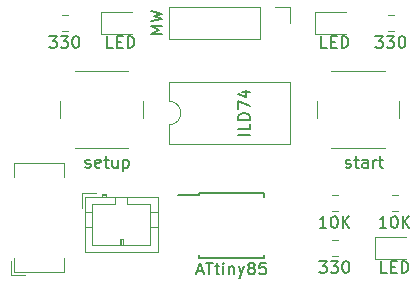
<source format=gbr>
G04 #@! TF.GenerationSoftware,KiCad,Pcbnew,(5.0.1-3-g963ef8bb5)*
G04 #@! TF.CreationDate,2019-02-13T22:27:56+01:00*
G04 #@! TF.ProjectId,main,6D61696E2E6B696361645F7063620000,rev?*
G04 #@! TF.SameCoordinates,Original*
G04 #@! TF.FileFunction,Legend,Top*
G04 #@! TF.FilePolarity,Positive*
%FSLAX46Y46*%
G04 Gerber Fmt 4.6, Leading zero omitted, Abs format (unit mm)*
G04 Created by KiCad (PCBNEW (5.0.1-3-g963ef8bb5)) date 2019 February 13, Wednesday 22:27:56*
%MOMM*%
%LPD*%
G01*
G04 APERTURE LIST*
%ADD10C,0.120000*%
%ADD11C,0.150000*%
G04 APERTURE END LIST*
D10*
G04 #@! TO.C,D1*
X76722500Y-96210000D02*
X79407500Y-96210000D01*
X76722500Y-94290000D02*
X76722500Y-96210000D01*
X79407500Y-94290000D02*
X76722500Y-94290000D01*
G04 #@! TO.C,D2*
X97520000Y-94290000D02*
X94835000Y-94290000D01*
X94835000Y-94290000D02*
X94835000Y-96210000D01*
X94835000Y-96210000D02*
X97520000Y-96210000D01*
G04 #@! TO.C,D3*
X102600000Y-113340000D02*
X99915000Y-113340000D01*
X99915000Y-113340000D02*
X99915000Y-115260000D01*
X99915000Y-115260000D02*
X102600000Y-115260000D01*
G04 #@! TO.C,J1*
X82490000Y-93920000D02*
X82490000Y-96580000D01*
X90170000Y-93920000D02*
X82490000Y-93920000D01*
X90170000Y-96580000D02*
X82490000Y-96580000D01*
X90170000Y-93920000D02*
X90170000Y-96580000D01*
X91440000Y-93920000D02*
X92770000Y-93920000D01*
X92770000Y-93920000D02*
X92770000Y-95250000D01*
G04 #@! TO.C,J2*
X75410000Y-109950000D02*
X75410000Y-114670000D01*
X75410000Y-114670000D02*
X81530000Y-114670000D01*
X81530000Y-114670000D02*
X81530000Y-109950000D01*
X81530000Y-109950000D02*
X75410000Y-109950000D01*
X77170000Y-109950000D02*
X77170000Y-109750000D01*
X77170000Y-109750000D02*
X76870000Y-109750000D01*
X76870000Y-109750000D02*
X76870000Y-109950000D01*
X77170000Y-109850000D02*
X76870000Y-109850000D01*
X77970000Y-109950000D02*
X77970000Y-110560000D01*
X77970000Y-110560000D02*
X76020000Y-110560000D01*
X76020000Y-110560000D02*
X76020000Y-114060000D01*
X76020000Y-114060000D02*
X80920000Y-114060000D01*
X80920000Y-114060000D02*
X80920000Y-110560000D01*
X80920000Y-110560000D02*
X78970000Y-110560000D01*
X78970000Y-110560000D02*
X78970000Y-109950000D01*
X75410000Y-111260000D02*
X76020000Y-111260000D01*
X75410000Y-112560000D02*
X76020000Y-112560000D01*
X81530000Y-111260000D02*
X80920000Y-111260000D01*
X81530000Y-112560000D02*
X80920000Y-112560000D01*
X78370000Y-114060000D02*
X78370000Y-113560000D01*
X78370000Y-113560000D02*
X78570000Y-113560000D01*
X78570000Y-113560000D02*
X78570000Y-114060000D01*
X78470000Y-114060000D02*
X78470000Y-113560000D01*
X76360000Y-109650000D02*
X75110000Y-109650000D01*
X75110000Y-109650000D02*
X75110000Y-110900000D01*
G04 #@! TO.C,R1*
X73401422Y-95960000D02*
X73918578Y-95960000D01*
X73401422Y-94540000D02*
X73918578Y-94540000D01*
G04 #@! TO.C,R2*
X101009422Y-94540000D02*
X101526578Y-94540000D01*
X101009422Y-95960000D02*
X101526578Y-95960000D01*
G04 #@! TO.C,R3*
X96261422Y-113590000D02*
X96778578Y-113590000D01*
X96261422Y-115010000D02*
X96778578Y-115010000D01*
G04 #@! TO.C,R4*
X96261422Y-109780000D02*
X96778578Y-109780000D01*
X96261422Y-111200000D02*
X96778578Y-111200000D01*
G04 #@! TO.C,R5*
X101341422Y-111200000D02*
X101858578Y-111200000D01*
X101341422Y-109780000D02*
X101858578Y-109780000D01*
G04 #@! TO.C,SW1*
X74510000Y-105830000D02*
X79010000Y-105830000D01*
X73260000Y-101830000D02*
X73260000Y-103330000D01*
X79010000Y-99330000D02*
X74510000Y-99330000D01*
X80260000Y-103330000D02*
X80260000Y-101830000D01*
G04 #@! TO.C,SW2*
X102000000Y-103330000D02*
X102000000Y-101830000D01*
X100750000Y-99330000D02*
X96250000Y-99330000D01*
X95000000Y-101830000D02*
X95000000Y-103330000D01*
X96250000Y-105830000D02*
X100750000Y-105830000D01*
D11*
G04 #@! TO.C,U1*
X85040000Y-109640000D02*
X85040000Y-109845000D01*
X90540000Y-109640000D02*
X90540000Y-109940000D01*
X90540000Y-115150000D02*
X90540000Y-114850000D01*
X85040000Y-115150000D02*
X85040000Y-114850000D01*
X85040000Y-109640000D02*
X90540000Y-109640000D01*
X85040000Y-115150000D02*
X90540000Y-115150000D01*
X85040000Y-109845000D02*
X83290000Y-109845000D01*
D10*
G04 #@! TO.C,U2*
X82490000Y-101870000D02*
G75*
G02X82490000Y-103870000I0J-1000000D01*
G01*
X82490000Y-103870000D02*
X82490000Y-105520000D01*
X82490000Y-105520000D02*
X92770000Y-105520000D01*
X92770000Y-105520000D02*
X92770000Y-100220000D01*
X92770000Y-100220000D02*
X82490000Y-100220000D01*
X82490000Y-100220000D02*
X82490000Y-101870000D01*
G04 #@! TO.C,SW3*
X69100000Y-116620000D02*
X70300000Y-116620000D01*
X69100000Y-115420000D02*
X69100000Y-116620000D01*
X73600000Y-107120000D02*
X73600000Y-108320000D01*
X69400000Y-107120000D02*
X73600000Y-107120000D01*
X69400000Y-108320000D02*
X69400000Y-107120000D01*
X73600000Y-116320000D02*
X73600000Y-115120000D01*
X69400000Y-116320000D02*
X73600000Y-116320000D01*
X69400000Y-115120000D02*
X69400000Y-116320000D01*
G04 #@! TO.C,D1*
D11*
X77764642Y-97352380D02*
X77288452Y-97352380D01*
X77288452Y-96352380D01*
X78097976Y-96828571D02*
X78431309Y-96828571D01*
X78574166Y-97352380D02*
X78097976Y-97352380D01*
X78097976Y-96352380D01*
X78574166Y-96352380D01*
X79002738Y-97352380D02*
X79002738Y-96352380D01*
X79240833Y-96352380D01*
X79383690Y-96400000D01*
X79478928Y-96495238D01*
X79526547Y-96590476D01*
X79574166Y-96780952D01*
X79574166Y-96923809D01*
X79526547Y-97114285D01*
X79478928Y-97209523D01*
X79383690Y-97304761D01*
X79240833Y-97352380D01*
X79002738Y-97352380D01*
G04 #@! TO.C,D2*
X95877142Y-97352380D02*
X95400952Y-97352380D01*
X95400952Y-96352380D01*
X96210476Y-96828571D02*
X96543809Y-96828571D01*
X96686666Y-97352380D02*
X96210476Y-97352380D01*
X96210476Y-96352380D01*
X96686666Y-96352380D01*
X97115238Y-97352380D02*
X97115238Y-96352380D01*
X97353333Y-96352380D01*
X97496190Y-96400000D01*
X97591428Y-96495238D01*
X97639047Y-96590476D01*
X97686666Y-96780952D01*
X97686666Y-96923809D01*
X97639047Y-97114285D01*
X97591428Y-97209523D01*
X97496190Y-97304761D01*
X97353333Y-97352380D01*
X97115238Y-97352380D01*
G04 #@! TO.C,D3*
X100957142Y-116402380D02*
X100480952Y-116402380D01*
X100480952Y-115402380D01*
X101290476Y-115878571D02*
X101623809Y-115878571D01*
X101766666Y-116402380D02*
X101290476Y-116402380D01*
X101290476Y-115402380D01*
X101766666Y-115402380D01*
X102195238Y-116402380D02*
X102195238Y-115402380D01*
X102433333Y-115402380D01*
X102576190Y-115450000D01*
X102671428Y-115545238D01*
X102719047Y-115640476D01*
X102766666Y-115830952D01*
X102766666Y-115973809D01*
X102719047Y-116164285D01*
X102671428Y-116259523D01*
X102576190Y-116354761D01*
X102433333Y-116402380D01*
X102195238Y-116402380D01*
G04 #@! TO.C,J1*
X81942380Y-96154761D02*
X80942380Y-96154761D01*
X81656666Y-95821428D01*
X80942380Y-95488095D01*
X81942380Y-95488095D01*
X80942380Y-95107142D02*
X81942380Y-94869047D01*
X81228095Y-94678571D01*
X81942380Y-94488095D01*
X80942380Y-94250000D01*
G04 #@! TO.C,R1*
X72374285Y-96352380D02*
X72993333Y-96352380D01*
X72660000Y-96733333D01*
X72802857Y-96733333D01*
X72898095Y-96780952D01*
X72945714Y-96828571D01*
X72993333Y-96923809D01*
X72993333Y-97161904D01*
X72945714Y-97257142D01*
X72898095Y-97304761D01*
X72802857Y-97352380D01*
X72517142Y-97352380D01*
X72421904Y-97304761D01*
X72374285Y-97257142D01*
X73326666Y-96352380D02*
X73945714Y-96352380D01*
X73612380Y-96733333D01*
X73755238Y-96733333D01*
X73850476Y-96780952D01*
X73898095Y-96828571D01*
X73945714Y-96923809D01*
X73945714Y-97161904D01*
X73898095Y-97257142D01*
X73850476Y-97304761D01*
X73755238Y-97352380D01*
X73469523Y-97352380D01*
X73374285Y-97304761D01*
X73326666Y-97257142D01*
X74564761Y-96352380D02*
X74660000Y-96352380D01*
X74755238Y-96400000D01*
X74802857Y-96447619D01*
X74850476Y-96542857D01*
X74898095Y-96733333D01*
X74898095Y-96971428D01*
X74850476Y-97161904D01*
X74802857Y-97257142D01*
X74755238Y-97304761D01*
X74660000Y-97352380D01*
X74564761Y-97352380D01*
X74469523Y-97304761D01*
X74421904Y-97257142D01*
X74374285Y-97161904D01*
X74326666Y-96971428D01*
X74326666Y-96733333D01*
X74374285Y-96542857D01*
X74421904Y-96447619D01*
X74469523Y-96400000D01*
X74564761Y-96352380D01*
G04 #@! TO.C,R2*
X99982285Y-96352380D02*
X100601333Y-96352380D01*
X100268000Y-96733333D01*
X100410857Y-96733333D01*
X100506095Y-96780952D01*
X100553714Y-96828571D01*
X100601333Y-96923809D01*
X100601333Y-97161904D01*
X100553714Y-97257142D01*
X100506095Y-97304761D01*
X100410857Y-97352380D01*
X100125142Y-97352380D01*
X100029904Y-97304761D01*
X99982285Y-97257142D01*
X100934666Y-96352380D02*
X101553714Y-96352380D01*
X101220380Y-96733333D01*
X101363238Y-96733333D01*
X101458476Y-96780952D01*
X101506095Y-96828571D01*
X101553714Y-96923809D01*
X101553714Y-97161904D01*
X101506095Y-97257142D01*
X101458476Y-97304761D01*
X101363238Y-97352380D01*
X101077523Y-97352380D01*
X100982285Y-97304761D01*
X100934666Y-97257142D01*
X102172761Y-96352380D02*
X102268000Y-96352380D01*
X102363238Y-96400000D01*
X102410857Y-96447619D01*
X102458476Y-96542857D01*
X102506095Y-96733333D01*
X102506095Y-96971428D01*
X102458476Y-97161904D01*
X102410857Y-97257142D01*
X102363238Y-97304761D01*
X102268000Y-97352380D01*
X102172761Y-97352380D01*
X102077523Y-97304761D01*
X102029904Y-97257142D01*
X101982285Y-97161904D01*
X101934666Y-96971428D01*
X101934666Y-96733333D01*
X101982285Y-96542857D01*
X102029904Y-96447619D01*
X102077523Y-96400000D01*
X102172761Y-96352380D01*
G04 #@! TO.C,R3*
X95234285Y-115402380D02*
X95853333Y-115402380D01*
X95520000Y-115783333D01*
X95662857Y-115783333D01*
X95758095Y-115830952D01*
X95805714Y-115878571D01*
X95853333Y-115973809D01*
X95853333Y-116211904D01*
X95805714Y-116307142D01*
X95758095Y-116354761D01*
X95662857Y-116402380D01*
X95377142Y-116402380D01*
X95281904Y-116354761D01*
X95234285Y-116307142D01*
X96186666Y-115402380D02*
X96805714Y-115402380D01*
X96472380Y-115783333D01*
X96615238Y-115783333D01*
X96710476Y-115830952D01*
X96758095Y-115878571D01*
X96805714Y-115973809D01*
X96805714Y-116211904D01*
X96758095Y-116307142D01*
X96710476Y-116354761D01*
X96615238Y-116402380D01*
X96329523Y-116402380D01*
X96234285Y-116354761D01*
X96186666Y-116307142D01*
X97424761Y-115402380D02*
X97520000Y-115402380D01*
X97615238Y-115450000D01*
X97662857Y-115497619D01*
X97710476Y-115592857D01*
X97758095Y-115783333D01*
X97758095Y-116021428D01*
X97710476Y-116211904D01*
X97662857Y-116307142D01*
X97615238Y-116354761D01*
X97520000Y-116402380D01*
X97424761Y-116402380D01*
X97329523Y-116354761D01*
X97281904Y-116307142D01*
X97234285Y-116211904D01*
X97186666Y-116021428D01*
X97186666Y-115783333D01*
X97234285Y-115592857D01*
X97281904Y-115497619D01*
X97329523Y-115450000D01*
X97424761Y-115402380D01*
G04 #@! TO.C,R4*
X95829523Y-112592380D02*
X95258095Y-112592380D01*
X95543809Y-112592380D02*
X95543809Y-111592380D01*
X95448571Y-111735238D01*
X95353333Y-111830476D01*
X95258095Y-111878095D01*
X96448571Y-111592380D02*
X96543809Y-111592380D01*
X96639047Y-111640000D01*
X96686666Y-111687619D01*
X96734285Y-111782857D01*
X96781904Y-111973333D01*
X96781904Y-112211428D01*
X96734285Y-112401904D01*
X96686666Y-112497142D01*
X96639047Y-112544761D01*
X96543809Y-112592380D01*
X96448571Y-112592380D01*
X96353333Y-112544761D01*
X96305714Y-112497142D01*
X96258095Y-112401904D01*
X96210476Y-112211428D01*
X96210476Y-111973333D01*
X96258095Y-111782857D01*
X96305714Y-111687619D01*
X96353333Y-111640000D01*
X96448571Y-111592380D01*
X97210476Y-112592380D02*
X97210476Y-111592380D01*
X97781904Y-112592380D02*
X97353333Y-112020952D01*
X97781904Y-111592380D02*
X97210476Y-112163809D01*
G04 #@! TO.C,R5*
X100909523Y-112592380D02*
X100338095Y-112592380D01*
X100623809Y-112592380D02*
X100623809Y-111592380D01*
X100528571Y-111735238D01*
X100433333Y-111830476D01*
X100338095Y-111878095D01*
X101528571Y-111592380D02*
X101623809Y-111592380D01*
X101719047Y-111640000D01*
X101766666Y-111687619D01*
X101814285Y-111782857D01*
X101861904Y-111973333D01*
X101861904Y-112211428D01*
X101814285Y-112401904D01*
X101766666Y-112497142D01*
X101719047Y-112544761D01*
X101623809Y-112592380D01*
X101528571Y-112592380D01*
X101433333Y-112544761D01*
X101385714Y-112497142D01*
X101338095Y-112401904D01*
X101290476Y-112211428D01*
X101290476Y-111973333D01*
X101338095Y-111782857D01*
X101385714Y-111687619D01*
X101433333Y-111640000D01*
X101528571Y-111592380D01*
X102290476Y-112592380D02*
X102290476Y-111592380D01*
X102861904Y-112592380D02*
X102433333Y-112020952D01*
X102861904Y-111592380D02*
X102290476Y-112163809D01*
G04 #@! TO.C,SW1*
X75426666Y-107434761D02*
X75521904Y-107482380D01*
X75712380Y-107482380D01*
X75807619Y-107434761D01*
X75855238Y-107339523D01*
X75855238Y-107291904D01*
X75807619Y-107196666D01*
X75712380Y-107149047D01*
X75569523Y-107149047D01*
X75474285Y-107101428D01*
X75426666Y-107006190D01*
X75426666Y-106958571D01*
X75474285Y-106863333D01*
X75569523Y-106815714D01*
X75712380Y-106815714D01*
X75807619Y-106863333D01*
X76664761Y-107434761D02*
X76569523Y-107482380D01*
X76379047Y-107482380D01*
X76283809Y-107434761D01*
X76236190Y-107339523D01*
X76236190Y-106958571D01*
X76283809Y-106863333D01*
X76379047Y-106815714D01*
X76569523Y-106815714D01*
X76664761Y-106863333D01*
X76712380Y-106958571D01*
X76712380Y-107053809D01*
X76236190Y-107149047D01*
X76998095Y-106815714D02*
X77379047Y-106815714D01*
X77140952Y-106482380D02*
X77140952Y-107339523D01*
X77188571Y-107434761D01*
X77283809Y-107482380D01*
X77379047Y-107482380D01*
X78140952Y-106815714D02*
X78140952Y-107482380D01*
X77712380Y-106815714D02*
X77712380Y-107339523D01*
X77760000Y-107434761D01*
X77855238Y-107482380D01*
X77998095Y-107482380D01*
X78093333Y-107434761D01*
X78140952Y-107387142D01*
X78617142Y-106815714D02*
X78617142Y-107815714D01*
X78617142Y-106863333D02*
X78712380Y-106815714D01*
X78902857Y-106815714D01*
X78998095Y-106863333D01*
X79045714Y-106910952D01*
X79093333Y-107006190D01*
X79093333Y-107291904D01*
X79045714Y-107387142D01*
X78998095Y-107434761D01*
X78902857Y-107482380D01*
X78712380Y-107482380D01*
X78617142Y-107434761D01*
G04 #@! TO.C,SW2*
X97452380Y-107434761D02*
X97547619Y-107482380D01*
X97738095Y-107482380D01*
X97833333Y-107434761D01*
X97880952Y-107339523D01*
X97880952Y-107291904D01*
X97833333Y-107196666D01*
X97738095Y-107149047D01*
X97595238Y-107149047D01*
X97500000Y-107101428D01*
X97452380Y-107006190D01*
X97452380Y-106958571D01*
X97500000Y-106863333D01*
X97595238Y-106815714D01*
X97738095Y-106815714D01*
X97833333Y-106863333D01*
X98166666Y-106815714D02*
X98547619Y-106815714D01*
X98309523Y-106482380D02*
X98309523Y-107339523D01*
X98357142Y-107434761D01*
X98452380Y-107482380D01*
X98547619Y-107482380D01*
X99309523Y-107482380D02*
X99309523Y-106958571D01*
X99261904Y-106863333D01*
X99166666Y-106815714D01*
X98976190Y-106815714D01*
X98880952Y-106863333D01*
X99309523Y-107434761D02*
X99214285Y-107482380D01*
X98976190Y-107482380D01*
X98880952Y-107434761D01*
X98833333Y-107339523D01*
X98833333Y-107244285D01*
X98880952Y-107149047D01*
X98976190Y-107101428D01*
X99214285Y-107101428D01*
X99309523Y-107053809D01*
X99785714Y-107482380D02*
X99785714Y-106815714D01*
X99785714Y-107006190D02*
X99833333Y-106910952D01*
X99880952Y-106863333D01*
X99976190Y-106815714D01*
X100071428Y-106815714D01*
X100261904Y-106815714D02*
X100642857Y-106815714D01*
X100404761Y-106482380D02*
X100404761Y-107339523D01*
X100452380Y-107434761D01*
X100547619Y-107482380D01*
X100642857Y-107482380D01*
G04 #@! TO.C,U1*
X84861428Y-116241666D02*
X85337619Y-116241666D01*
X84766190Y-116527380D02*
X85099523Y-115527380D01*
X85432857Y-116527380D01*
X85623333Y-115527380D02*
X86194761Y-115527380D01*
X85909047Y-116527380D02*
X85909047Y-115527380D01*
X86385238Y-115860714D02*
X86766190Y-115860714D01*
X86528095Y-115527380D02*
X86528095Y-116384523D01*
X86575714Y-116479761D01*
X86670952Y-116527380D01*
X86766190Y-116527380D01*
X87099523Y-116527380D02*
X87099523Y-115860714D01*
X87099523Y-115527380D02*
X87051904Y-115575000D01*
X87099523Y-115622619D01*
X87147142Y-115575000D01*
X87099523Y-115527380D01*
X87099523Y-115622619D01*
X87575714Y-115860714D02*
X87575714Y-116527380D01*
X87575714Y-115955952D02*
X87623333Y-115908333D01*
X87718571Y-115860714D01*
X87861428Y-115860714D01*
X87956666Y-115908333D01*
X88004285Y-116003571D01*
X88004285Y-116527380D01*
X88385238Y-115860714D02*
X88623333Y-116527380D01*
X88861428Y-115860714D02*
X88623333Y-116527380D01*
X88528095Y-116765476D01*
X88480476Y-116813095D01*
X88385238Y-116860714D01*
X89385238Y-115955952D02*
X89290000Y-115908333D01*
X89242380Y-115860714D01*
X89194761Y-115765476D01*
X89194761Y-115717857D01*
X89242380Y-115622619D01*
X89290000Y-115575000D01*
X89385238Y-115527380D01*
X89575714Y-115527380D01*
X89670952Y-115575000D01*
X89718571Y-115622619D01*
X89766190Y-115717857D01*
X89766190Y-115765476D01*
X89718571Y-115860714D01*
X89670952Y-115908333D01*
X89575714Y-115955952D01*
X89385238Y-115955952D01*
X89290000Y-116003571D01*
X89242380Y-116051190D01*
X89194761Y-116146428D01*
X89194761Y-116336904D01*
X89242380Y-116432142D01*
X89290000Y-116479761D01*
X89385238Y-116527380D01*
X89575714Y-116527380D01*
X89670952Y-116479761D01*
X89718571Y-116432142D01*
X89766190Y-116336904D01*
X89766190Y-116146428D01*
X89718571Y-116051190D01*
X89670952Y-116003571D01*
X89575714Y-115955952D01*
X90670952Y-115527380D02*
X90194761Y-115527380D01*
X90147142Y-116003571D01*
X90194761Y-115955952D01*
X90290000Y-115908333D01*
X90528095Y-115908333D01*
X90623333Y-115955952D01*
X90670952Y-116003571D01*
X90718571Y-116098809D01*
X90718571Y-116336904D01*
X90670952Y-116432142D01*
X90623333Y-116479761D01*
X90528095Y-116527380D01*
X90290000Y-116527380D01*
X90194761Y-116479761D01*
X90147142Y-116432142D01*
G04 #@! TO.C,U2*
X89352380Y-104727142D02*
X88352380Y-104727142D01*
X89352380Y-103774761D02*
X89352380Y-104250952D01*
X88352380Y-104250952D01*
X89352380Y-103441428D02*
X88352380Y-103441428D01*
X88352380Y-103203333D01*
X88400000Y-103060476D01*
X88495238Y-102965238D01*
X88590476Y-102917619D01*
X88780952Y-102870000D01*
X88923809Y-102870000D01*
X89114285Y-102917619D01*
X89209523Y-102965238D01*
X89304761Y-103060476D01*
X89352380Y-103203333D01*
X89352380Y-103441428D01*
X88352380Y-102536666D02*
X88352380Y-101870000D01*
X89352380Y-102298571D01*
X88685714Y-101060476D02*
X89352380Y-101060476D01*
X88304761Y-101298571D02*
X89019047Y-101536666D01*
X89019047Y-100917619D01*
G04 #@! TD*
M02*

</source>
